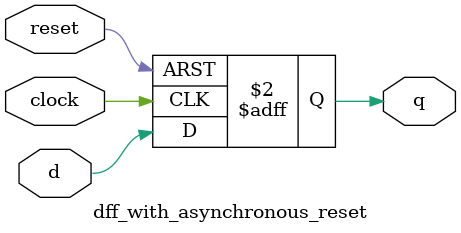
<source format=v>
module dff_with_asynchronous_reset(
    input clock,
    input d,
    input reset,
    output reg q
);

always @(posedge clock or posedge reset)
begin : dff_async_reset
    if(reset)
        q <= 1'b0;
    else
        q <= d;
end

endmodule
</source>
